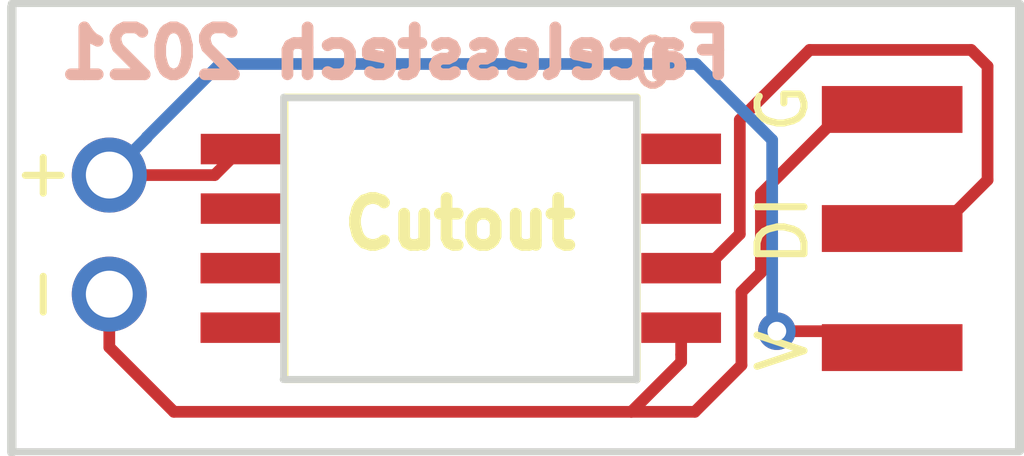
<source format=kicad_pcb>
(kicad_pcb (version 20171130) (host pcbnew 5.0.2+dfsg1-1~bpo9+1)

  (general
    (thickness 1.6)
    (drawings 10)
    (tracks 35)
    (zones 0)
    (modules 3)
    (nets 9)
  )

  (page A4)
  (layers
    (0 F.Cu signal)
    (31 B.Cu signal)
    (32 B.Adhes user)
    (33 F.Adhes user)
    (34 B.Paste user)
    (35 F.Paste user)
    (36 B.SilkS user)
    (37 F.SilkS user)
    (38 B.Mask user)
    (39 F.Mask user)
    (40 Dwgs.User user)
    (41 Cmts.User user)
    (42 Eco1.User user)
    (43 Eco2.User user)
    (44 Edge.Cuts user)
    (45 Margin user)
    (46 B.CrtYd user)
    (47 F.CrtYd user)
    (48 B.Fab user)
    (49 F.Fab user)
  )

  (setup
    (last_trace_width 0.25)
    (trace_clearance 0.2)
    (zone_clearance 0.508)
    (zone_45_only no)
    (trace_min 0.2)
    (segment_width 0.2)
    (edge_width 0.15)
    (via_size 0.8)
    (via_drill 0.4)
    (via_min_size 0.4)
    (via_min_drill 0.3)
    (uvia_size 0.3)
    (uvia_drill 0.1)
    (uvias_allowed no)
    (uvia_min_size 0.2)
    (uvia_min_drill 0.1)
    (pcb_text_width 0.3)
    (pcb_text_size 1.5 1.5)
    (mod_edge_width 0.15)
    (mod_text_size 1 1)
    (mod_text_width 0.15)
    (pad_size 1.524 1.524)
    (pad_drill 0.762)
    (pad_to_mask_clearance 0.051)
    (solder_mask_min_width 0.25)
    (aux_axis_origin 0 0)
    (visible_elements FFFFFF7F)
    (pcbplotparams
      (layerselection 0x010f0_ffffffff)
      (usegerberextensions false)
      (usegerberattributes false)
      (usegerberadvancedattributes false)
      (creategerberjobfile false)
      (excludeedgelayer true)
      (linewidth 0.100000)
      (plotframeref false)
      (viasonmask false)
      (mode 1)
      (useauxorigin false)
      (hpglpennumber 1)
      (hpglpenspeed 20)
      (hpglpendiameter 15.000000)
      (psnegative false)
      (psa4output false)
      (plotreference true)
      (plotvalue true)
      (plotinvisibletext false)
      (padsonsilk false)
      (subtractmaskfromsilk false)
      (outputformat 1)
      (mirror false)
      (drillshape 0)
      (scaleselection 1)
      (outputdirectory "gerbers/"))
  )

  (net 0 "")
  (net 1 "Net-(D1-Pad3)")
  (net 2 "Net-(D1-Pad4)")
  (net 3 "Net-(D1-Pad1)")
  (net 4 "Net-(U2-Pad7)")
  (net 5 "Net-(U2-Pad6)")
  (net 6 "Net-(U2-Pad5)")
  (net 7 "Net-(U2-Pad2)")
  (net 8 "Net-(U2-Pad1)")

  (net_class Default "This is the default net class."
    (clearance 0.2)
    (trace_width 0.25)
    (via_dia 0.8)
    (via_drill 0.4)
    (uvia_dia 0.3)
    (uvia_drill 0.1)
    (add_net "Net-(D1-Pad1)")
    (add_net "Net-(D1-Pad3)")
    (add_net "Net-(D1-Pad4)")
    (add_net "Net-(U2-Pad1)")
    (add_net "Net-(U2-Pad2)")
    (add_net "Net-(U2-Pad5)")
    (add_net "Net-(U2-Pad6)")
    (add_net "Net-(U2-Pad7)")
  )

  (module arduino:attiny85_arduino_enbedded (layer F.Cu) (tedit 60103758) (tstamp 6033A00F)
    (at 129.04 76.32)
    (descr "8-Lead Plastic Small Outline (SM) - Medium, 5.28 mm Body [SOIC] (see Microchip Packaging Specification 00000049BS.pdf)")
    (tags "SOIC 1.27")
    (path /601103CF)
    (attr smd)
    (fp_text reference U2 (at 0.0762 -4.10972) (layer F.SilkS) hide
      (effects (font (size 1 1) (thickness 0.15)))
    )
    (fp_text value ATtiny85-20SU (at 0.21336 4.25196) (layer F.Fab) hide
      (effects (font (size 1 1) (thickness 0.15)))
    )
    (fp_text user %R (at 0 0) (layer F.Fab) hide
      (effects (font (size 1 1) (thickness 0.15)))
    )
    (fp_line (start 3.7592 2.9972) (end 3.7592 -3.00736) (layer F.SilkS) (width 0.15))
    (fp_line (start -3.75412 2.9972) (end -3.75412 -3.00736) (layer F.SilkS) (width 0.15))
    (fp_text user 0 (at 4.09448 -3.72364) (layer F.SilkS)
      (effects (font (size 1 1) (thickness 0.15)))
    )
    (fp_text user 0 (at 4.09448 -3.72364) (layer B.SilkS)
      (effects (font (size 1 1) (thickness 0.15)) (justify mirror))
    )
    (fp_line (start -3.75412 -3.01244) (end 3.7592 -3.01244) (layer F.SilkS) (width 0.15))
    (fp_line (start -3.75412 3.01244) (end 3.7592 3.01244) (layer F.SilkS) (width 0.15))
    (pad 7 smd rect (at -4.699 -0.635) (size 1.7 0.65) (layers F.Cu F.Paste F.Mask)
      (net 4 "Net-(U2-Pad7)"))
    (pad 6 smd rect (at -4.70408 0.635) (size 1.7 0.65) (layers F.Cu F.Paste F.Mask)
      (net 5 "Net-(U2-Pad6)"))
    (pad 5 smd rect (at -4.70408 1.905) (size 1.7 0.65) (layers F.Cu F.Paste F.Mask)
      (net 6 "Net-(U2-Pad5)"))
    (pad 4 smd rect (at 4.699 1.905) (size 1.7 0.65) (layers F.Cu F.Paste F.Mask)
      (net 1 "Net-(D1-Pad3)"))
    (pad 3 smd rect (at 4.699 0.635) (size 1.7 0.65) (layers F.Cu F.Paste F.Mask)
      (net 2 "Net-(D1-Pad4)"))
    (pad 2 smd rect (at 4.699 -0.635) (size 1.7 0.65) (layers F.Cu F.Paste F.Mask)
      (net 7 "Net-(U2-Pad2)"))
    (pad 1 smd rect (at 4.699 -1.91008) (size 1.7 0.65) (layers F.Cu F.Paste F.Mask)
      (net 8 "Net-(U2-Pad1)"))
    (pad 8 smd rect (at -4.699 -1.905) (size 1.7 0.65) (layers F.Cu F.Paste F.Mask)
      (net 3 "Net-(D1-Pad1)"))
    (model ${KISYS3DMOD}/Package_SO.3dshapes/SOIJ-8_5.3x5.3mm_P1.27mm.wrl
      (at (xyz 0 0 0))
      (scale (xyz 1 1 1))
      (rotate (xyz 0 0 0))
    )
  )

  (module LED_custom:ws2812_header_custom_smd_strip (layer F.Cu) (tedit 60103712) (tstamp 603F841A)
    (at 138.24 76.11 270)
    (path /601102DC)
    (fp_text reference D1 (at 0.00508 -2.58572 270) (layer F.SilkS) hide
      (effects (font (size 1 1) (thickness 0.15)))
    )
    (fp_text value WS2812B (at 0.00254 -4.36118 270) (layer F.Fab) hide
      (effects (font (size 1 1) (thickness 0.15)))
    )
    (fp_text user DI (at 0.03556 2.3368 270) (layer F.SilkS)
      (effects (font (size 1 1) (thickness 0.15)))
    )
    (fp_text user V (at 2.60604 2.3368 270) (layer F.SilkS)
      (effects (font (size 1 1) (thickness 0.15)))
    )
    (fp_text user G (at -2.56032 2.3368 270) (layer F.SilkS)
      (effects (font (size 1 1) (thickness 0.15)))
    )
    (pad 3 smd rect (at -2.54 0 270) (size 1 3) (layers F.Cu F.Paste F.Mask)
      (net 1 "Net-(D1-Pad3)"))
    (pad 4 smd rect (at 0 0 270) (size 1 3) (layers F.Cu F.Paste F.Mask)
      (net 2 "Net-(D1-Pad4)"))
    (pad 1 smd rect (at 2.54 0 270) (size 1 3) (layers F.Cu F.Paste F.Mask)
      (net 3 "Net-(D1-Pad1)"))
  )

  (module battery_connector_custom:vcc_gnd_2pin_custom (layer F.Cu) (tedit 60103755) (tstamp 603F8386)
    (at 121.54 76.24 90)
    (path /60110501)
    (fp_text reference U1 (at 0 2.04216 90) (layer F.SilkS) hide
      (effects (font (size 1 1) (thickness 0.15)))
    )
    (fp_text value battery_custom (at 0 -2.50952 90) (layer F.Fab) hide
      (effects (font (size 1 1) (thickness 0.15)))
    )
    (fp_text user - (at -1.27 -1.48336 90) (layer F.SilkS)
      (effects (font (size 1 1) (thickness 0.15)))
    )
    (fp_text user + (at 1.26492 -1.48336 90) (layer F.SilkS)
      (effects (font (size 1 1) (thickness 0.15)))
    )
    (pad 1 thru_hole circle (at -1.27 0 90) (size 1.6 1.6) (drill 1) (layers *.Cu *.Mask)
      (net 1 "Net-(D1-Pad3)"))
    (pad 2 thru_hole circle (at 1.27 0 90) (size 1.6 1.6) (drill 1) (layers *.Cu *.Mask)
      (net 3 "Net-(D1-Pad1)"))
  )

  (gr_text Cutout (at 129.02 76.01) (layer F.SilkS)
    (effects (font (size 1 1) (thickness 0.25)))
  )
  (gr_text "Facelesstech 2021" (at 127.65 72.37) (layer B.SilkS)
    (effects (font (size 1 1) (thickness 0.25)) (justify mirror))
  )
  (gr_line (start 119.45 71.31) (end 140.97 71.31) (layer Edge.Cuts) (width 0.15) (tstamp 603F8457))
  (gr_line (start 119.44 80.87) (end 140.96 80.87) (layer Edge.Cuts) (width 0.15))
  (gr_line (start 119.46 71.38) (end 119.46 80.88) (layer Edge.Cuts) (width 0.2) (tstamp 603F83B5))
  (gr_line (start 140.96 71.34) (end 140.96 80.84) (layer Edge.Cuts) (width 0.2) (tstamp 603F8524))
  (gr_line (start 125.26 79.33) (end 125.26 73.31) (layer Edge.Cuts) (width 0.15) (tstamp 60339A64))
  (gr_line (start 125.25 79.33) (end 132.76 79.33) (layer Edge.Cuts) (width 0.15) (tstamp 60339A59))
  (gr_line (start 132.79 79.34) (end 132.79 73.32) (layer Edge.Cuts) (width 0.15))
  (gr_line (start 125.28 73.32) (end 132.79 73.32) (layer Edge.Cuts) (width 0.15))

  (segment (start 137.24 73.57) (end 135.44 75.37) (width 0.25) (layer F.Cu) (net 1))
  (segment (start 138.24 73.57) (end 137.24 73.57) (width 0.25) (layer F.Cu) (net 1))
  (segment (start 135.44 75.37) (end 135.44 77.049) (width 0.25) (layer F.Cu) (net 1))
  (segment (start 121.54 78.64137) (end 122.91863 80.02) (width 0.25) (layer F.Cu) (net 1))
  (segment (start 121.54 77.51) (end 121.54 78.64137) (width 0.25) (layer F.Cu) (net 1))
  (segment (start 133.739 78.8) (end 133.739 78.225) (width 0.25) (layer F.Cu) (net 1))
  (segment (start 133.739 78.956699) (end 133.739 78.8) (width 0.25) (layer F.Cu) (net 1))
  (segment (start 132.675699 80.02) (end 133.739 78.956699) (width 0.25) (layer F.Cu) (net 1))
  (segment (start 122.91863 80.02) (end 132.675699 80.02) (width 0.25) (layer F.Cu) (net 1))
  (segment (start 132.675699 80.02) (end 134.03 80.02) (width 0.25) (layer F.Cu) (net 1))
  (segment (start 135.024999 77.464001) (end 135.16 77.329) (width 0.25) (layer F.Cu) (net 1))
  (segment (start 135.024999 79.025001) (end 135.024999 77.464001) (width 0.25) (layer F.Cu) (net 1))
  (segment (start 134.03 80.02) (end 135.024999 79.025001) (width 0.25) (layer F.Cu) (net 1))
  (segment (start 135.44 77.049) (end 135.16 77.329) (width 0.25) (layer F.Cu) (net 1))
  (segment (start 139.24 76.11) (end 138.24 76.11) (width 0.25) (layer F.Cu) (net 2))
  (segment (start 140.27499 75.07501) (end 139.24 76.11) (width 0.25) (layer F.Cu) (net 2))
  (segment (start 139.92499 72.3) (end 140.27499 72.65) (width 0.25) (layer F.Cu) (net 2))
  (segment (start 134.98999 73.79001) (end 136.48 72.3) (width 0.25) (layer F.Cu) (net 2))
  (segment (start 136.48 72.3) (end 139.92499 72.3) (width 0.25) (layer F.Cu) (net 2))
  (segment (start 134.98999 76.22901) (end 134.98999 73.79001) (width 0.25) (layer F.Cu) (net 2))
  (segment (start 134.264 76.955) (end 134.98999 76.22901) (width 0.25) (layer F.Cu) (net 2))
  (segment (start 140.27499 72.65) (end 140.27499 75.07501) (width 0.25) (layer F.Cu) (net 2))
  (segment (start 133.739 76.955) (end 134.264 76.955) (width 0.25) (layer F.Cu) (net 2))
  (segment (start 123.786 74.97) (end 124.341 74.415) (width 0.25) (layer F.Cu) (net 3))
  (segment (start 121.54 74.97) (end 123.786 74.97) (width 0.25) (layer F.Cu) (net 3))
  (segment (start 122.339999 74.170001) (end 122.339999 74.160001) (width 0.25) (layer B.Cu) (net 3))
  (segment (start 121.54 74.97) (end 122.339999 74.170001) (width 0.25) (layer B.Cu) (net 3))
  (segment (start 122.339999 74.160001) (end 123.9 72.6) (width 0.25) (layer B.Cu) (net 3))
  (segment (start 123.9 72.6) (end 134.06 72.6) (width 0.25) (layer B.Cu) (net 3))
  (segment (start 134.06 72.6) (end 135.68 74.22) (width 0.25) (layer B.Cu) (net 3))
  (via (at 135.78 78.3) (size 0.8) (drill 0.4) (layers F.Cu B.Cu) (net 3))
  (segment (start 135.68 78.2) (end 135.78 78.3) (width 0.25) (layer B.Cu) (net 3))
  (segment (start 135.68 74.22) (end 135.68 78.2) (width 0.25) (layer B.Cu) (net 3))
  (segment (start 137.89 78.3) (end 138.24 78.65) (width 0.25) (layer F.Cu) (net 3))
  (segment (start 135.78 78.3) (end 137.89 78.3) (width 0.25) (layer F.Cu) (net 3))

)

</source>
